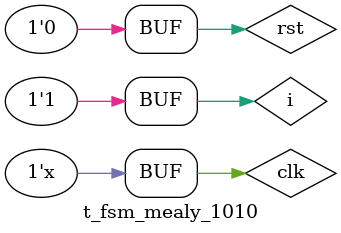
<source format=v>
module t_fsm_mealy_1010();
wire y;
reg i,clk,rst;

fsm_mealy_1010 m1(y,i,clk,rst);

initial begin
clk=1'b0;rst=1'b0;i=1;
#2 rst=1'b1;
#2 rst=1'b0;
#3 i=1;
#5 i=0;
#10 i=1;
#10 i=0;
#10 i=1;
#10 i=0;
#5 i=1;
end

always #5 clk=~clk;
endmodule
</source>
